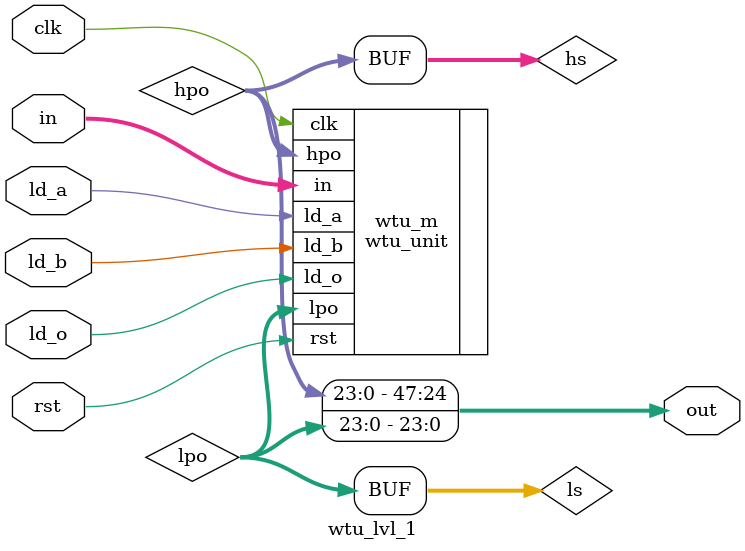
<source format=v>
module wtu_lvl_1 (
                    input wire [23:0] in,
                    input wire [0:0] ld_a,
                    input wire [0:0] ld_b,
                    input wire [0:0] ld_o,
                    input wire clk, rst,
                    output wire [47:0] out
                   );
wire [23:0] lpo, hpo;
wtu_unit wtu_m (.in(in),
                .ld_a(ld_a[0]),
                .ld_b(ld_b[0]),
                .ld_o(ld_o[0]),
                .clk(clk),
                .rst(rst),
                .lpo(lpo),
                .hpo(hpo)
               );
wire [23:0] hs,ls;
assign hs = hpo;
assign ls = lpo;

assign out = {hs,ls};

endmodule     


</source>
